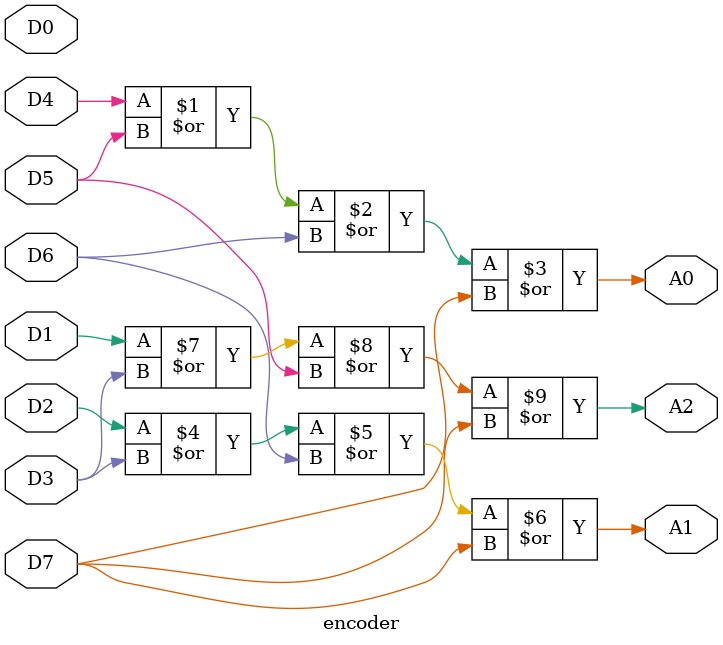
<source format=sv>
module encoder (input D0, D1, D2, D3, D4, D5, D6, D7, output A0, A1, A2);
    assign A0 = D4 | D5 | D6 | D7;
    assign A1 = D2 | D3 | D6 | D7;
    assign A2 = D1 | D3 | D5 | D7;
endmodule
</source>
